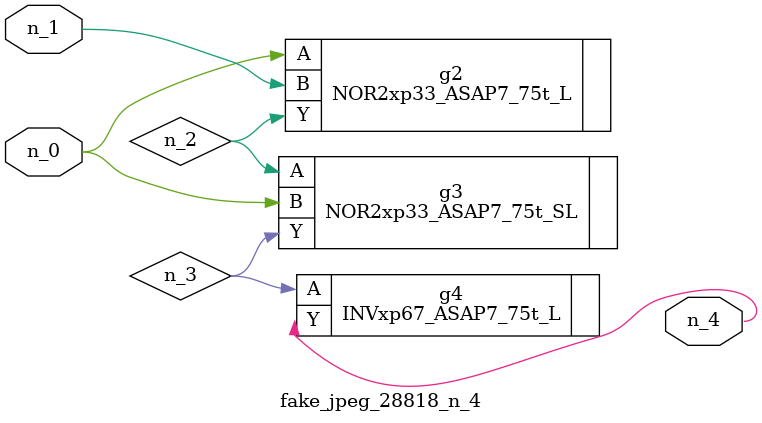
<source format=v>
module fake_jpeg_28818_n_4 (n_0, n_1, n_4);

input n_0;
input n_1;

output n_4;

wire n_2;
wire n_3;

NOR2xp33_ASAP7_75t_L g2 ( 
.A(n_0),
.B(n_1),
.Y(n_2)
);

NOR2xp33_ASAP7_75t_SL g3 ( 
.A(n_2),
.B(n_0),
.Y(n_3)
);

INVxp67_ASAP7_75t_L g4 ( 
.A(n_3),
.Y(n_4)
);


endmodule
</source>
